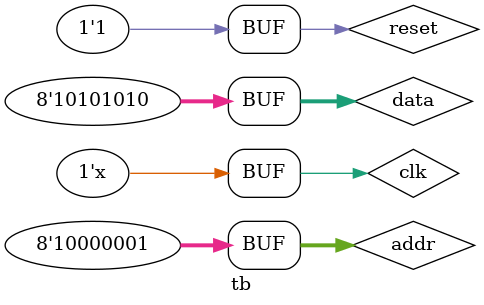
<source format=sv>
module tb;
  reg clk=0,reset;
  reg [7:0] addr;
  reg [7:0] data;
  wire r;
  
  top duv(.clk(clk),.addr(addr),.data(data),.w_reset(reset),.i_ready(r));
  
  always #5 clk=~clk;
  
  initial begin
    $dumpfile("test.vcd");
    $dumpvars;
    
    reset=1;
    addr=8'h81;
    data=8'b10101010;
    #400;
    
//     repeat(20)
//       begin
//         reset=1;
//            addr=$urandom_range(0,140);
//            data=$urandom_range(1,255);
//            @(posedge r);
//       end
  end
endmodule



</source>
